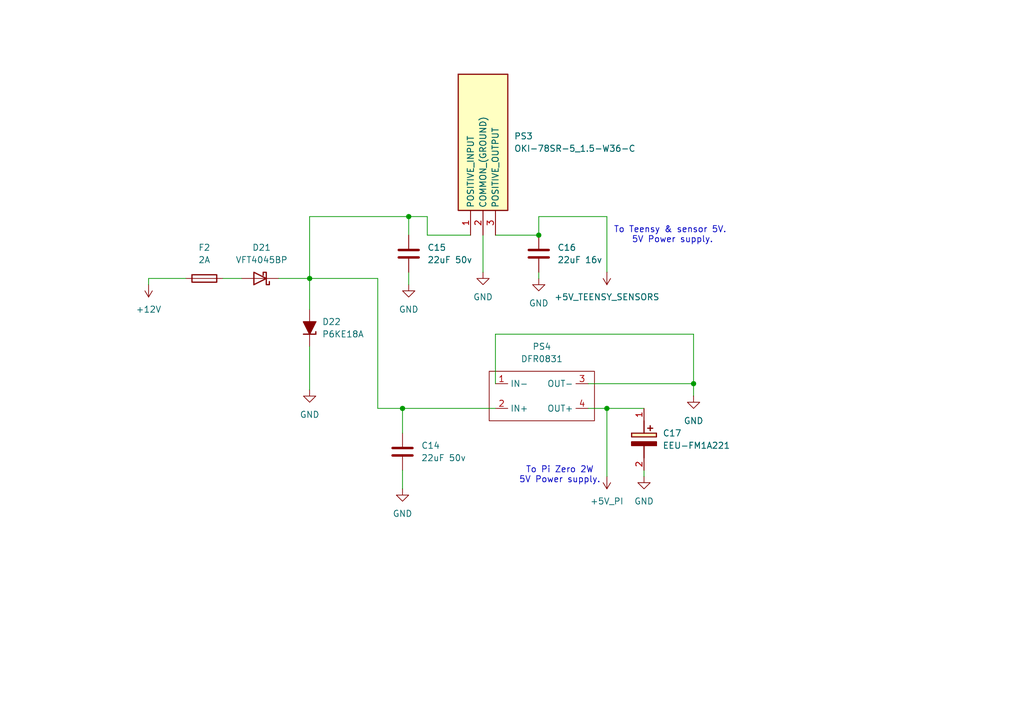
<source format=kicad_sch>
(kicad_sch (version 20250114) (generator "eeschema") (generator_version "9.0")
  (paper "A5")
  (title_block (title "Power Supply"))
  (lib_symbols
    (symbol "Device:D_Schottky" (pin_numbers (hide yes)) (pin_names (offset 1.016) (hide yes))
      (property "Reference" "D" (at 0 2.54 0))
      (property "Value" "D_Schottky" (at 0 -2.54 0))
      (symbol "D_Schottky_0_1"
        (polyline (pts (xy -1.905 0.635) (xy -1.905 1.27) (xy -1.27 1.27) (xy -1.27 -1.27) (xy -0.635 -1.27) (xy -0.635 -0.635)) (stroke (width 0.254)))
        (polyline (pts (xy 1.27 1.27) (xy 1.27 -1.27) (xy -1.27 0) (xy 1.27 1.27)) (stroke (width 0.254)))
        (polyline (pts (xy 1.27 0) (xy -1.27 0)))
      )
      (symbol "D_Schottky_1_1"
        (pin passive line (at -3.81 0 0) (length 2.54) (name "K") (number "1"))
        (pin passive line (at 3.81 0 180) (length 2.54) (name "A") (number "2"))
      )
    )
    (symbol "Device:Fuse" (pin_numbers (hide yes)) (pin_names (offset 0))
      (property "Reference" "F" (at 2.032 0 90))
      (property "Value" "Fuse" (at -1.905 0 90))
      (symbol "Fuse_0_1"
        (rectangle (start -0.762 -2.54) (end 0.762 2.54) (stroke (width 0.254)))
        (polyline (pts (xy 0 2.54) (xy 0 -2.54)))
      )
      (symbol "Fuse_1_1"
        (pin passive line (at 0 3.81 270) (length 1.27) (name "~") (number "1"))
        (pin passive line (at 0 -3.81 90) (length 1.27) (name "~") (number "2"))
      )
    )
    (symbol "PCM_Capacitor_US_AKL:C_Disc_D8.0mm_W5.0mm_P5.00mm" (pin_numbers (hide yes)) (pin_names (offset 0.254))
      (property "Reference" "C" (at 0.635 2.54 0))
      (property "Value" "C_Disc_D8.0mm_W5.0mm_P5.00mm" (at 0.635 -2.54 0))
      (symbol "C_Disc_D8.0mm_W5.0mm_P5.00mm_0_1"
        (polyline (pts (xy -2.032 0.762) (xy 2.032 0.762)) (stroke (width 0.508)))
        (polyline (pts (xy -2.032 -0.762) (xy 2.032 -0.762)) (stroke (width 0.508)))
      )
      (symbol "C_Disc_D8.0mm_W5.0mm_P5.00mm_0_2"
        (polyline (pts (xy -2.54 -2.54) (xy -0.381 -0.381)))
        (polyline (pts (xy -0.508 -0.508) (xy -1.651 0.635)) (stroke (width 0.508)))
        (polyline (pts (xy -0.508 -0.508) (xy 0.635 -1.651)) (stroke (width 0.508)))
        (polyline (pts (xy 0.381 0.381) (xy 2.54 2.54)))
        (polyline (pts (xy 0.508 0.508) (xy -0.635 1.651)) (stroke (width 0.508)))
        (polyline (pts (xy 0.508 0.508) (xy 1.651 -0.635)) (stroke (width 0.508)))
      )
      (symbol "C_Disc_D8.0mm_W5.0mm_P5.00mm_1_1"
        (pin passive line (at 0 3.81 270) (length 2.794) (name "~") (number "1"))
        (pin passive line (at 0 -3.81 90) (length 2.794) (name "~") (number "2"))
      )
      (symbol "C_Disc_D8.0mm_W5.0mm_P5.00mm_1_2"
        (pin passive line (at -2.54 -2.54 90) (length 0) (name "~") (number "2"))
        (pin passive line (at 2.54 2.54 270) (length 0) (name "~") (number "1"))
      )
    )
    (symbol "PCM_Diode_TVS_AKL:P6KE18A" (pin_numbers (hide yes)) (pin_names (offset 1.016) (hide yes))
      (property "Reference" "D" (at 0 5.08 0))
      (property "Value" "P6KE18A" (at 0 2.54 0))
      (symbol "P6KE18A_0_1"
        (polyline (pts (xy -1.27 1.27) (xy -1.27 -1.27) (xy 1.27 0) (xy -1.27 1.27)) (stroke (width 0.254)) (fill (type outline)))
        (polyline (pts (xy -1.27 0) (xy 1.27 0)))
        (polyline (pts (xy 1.27 1.27) (xy 0.762 1.27)) (stroke (width 0.254)))
        (polyline (pts (xy 1.27 -1.27) (xy 1.27 1.27)) (stroke (width 0.254)))
      )
      (symbol "P6KE18A_0_2"
        (polyline (pts (xy -2.54 -2.54) (xy 2.54 2.54)))
        (polyline (pts (xy -0.889 -0.889) (xy -1.778 0) (xy 0.889 0.889) (xy 0 -1.778) (xy -0.889 -0.889)) (stroke (width 0.254)) (fill (type outline)))
        (polyline (pts (xy 0 1.778) (xy -0.381 1.397)) (stroke (width 0.254)))
        (polyline (pts (xy 0 1.778) (xy 1.778 0)) (stroke (width 0.254)))
      )
      (symbol "P6KE18A_1_1"
        (pin passive line (at -3.81 0 0) (length 2.54) (name "A") (number "2"))
        (pin passive line (at 3.81 0 180) (length 2.54) (name "K") (number "1"))
      )
      (symbol "P6KE18A_1_2"
        (pin passive line (at -2.54 -2.54 0) (length 0) (name "A") (number "2"))
        (pin passive line (at 2.54 2.54 180) (length 0) (name "K") (number "1"))
      )
    )
    (symbol "SamacSys_Parts:DFR0831"
      (property "Reference" "PS" (at 1.016 3.81 0))
      (property "Value" "DFR0831" (at 1.016 0 0))
      (symbol "DFR0831_0_1"
        (rectangle (start -8.89 5.08) (end 12.7 -5.08))
      )
      (symbol "DFR0831_1_1"
        (pin power_in line (at -7.62 2.54 0) (length 2.54) (name "IN-") (number "1"))
        (pin power_in line (at -7.62 -2.54 0) (length 2.54) (name "IN+") (number "2"))
        (pin power_in line (at 11.43 2.54 180) (length 2.54) (name "OUT-") (number "3"))
        (pin power_out line (at 11.43 -2.54 180) (length 2.54) (name "OUT+") (number "4"))
      )
    )
    (symbol "SamacSys_Parts:EEU-FM1A221" (pin_names (hide yes))
      (property "Reference" "C" (at 8.89 6.35 0))
      (property "Value" "EEU-FM1A221" (at 8.89 3.81 0))
      (symbol "EEU-FM1A221_1_1"
        (polyline (pts (xy 2.54 0) (xy 5.08 0)) (stroke (width 0.254)))
        (polyline (pts (xy 4.064 1.778) (xy 4.064 0.762)) (stroke (width 0.254)))
        (polyline (pts (xy 4.572 1.27) (xy 3.556 1.27)) (stroke (width 0.254)))
        (rectangle (start 5.08 2.54) (end 5.842 -2.54) (stroke (width 0.254)) (fill (type background)))
        (polyline (pts (xy 7.62 2.54) (xy 7.62 -2.54) (xy 6.858 -2.54) (xy 6.858 2.54) (xy 7.62 2.54)) (stroke (width 0.254)) (fill (type outline)))
        (polyline (pts (xy 7.62 0) (xy 10.16 0)) (stroke (width 0.254)))
        (pin passive line (at 0 0 0) (length 2.54) (name "+") (number "1"))
        (pin passive line (at 12.7 0 180) (length 2.54) (name "-") (number "2"))
      )
    )
    (symbol "SamacSys_Parts:OKI-78SR-5_1.5-W36-C"
      (property "Reference" "PS" (at 34.29 7.62 0))
      (property "Value" "OKI-78SR-5_1.5-W36-C" (at 34.29 5.08 0))
      (symbol "OKI-78SR-5_1.5-W36-C_1_1"
        (rectangle (start 5.08 2.54) (end 33.02 -7.62) (stroke (width 0.254)) (fill (type background)))
        (pin power_in line (at 0 0 0) (length 5.08) (name "POSITIVE_INPUT") (number "1"))
        (pin power_in line (at 0 -2.54 0) (length 5.08) (name "COMMON_(GROUND)") (number "2"))
        (pin power_out line (at 0 -5.08 0) (length 5.08) (name "POSITIVE_OUTPUT") (number "3"))
      )
    )
    (symbol "power:+5V" (power) (pin_numbers (hide yes)) (pin_names (offset 0) (hide yes))
      (property "Value" "+5V" (at 0 3.556 0))
      (symbol "+5V_0_1"
        (polyline (pts (xy -0.762 1.27) (xy 0 2.54)))
        (polyline (pts (xy 0 2.54) (xy 0.762 1.27)))
        (polyline (pts (xy 0 0) (xy 0 2.54)))
      )
      (symbol "+5V_1_1"
        (pin power_in line (at 0 0 90) (length 0) (name "~") (number "1"))
      )
    )
    (symbol "power:GND" (power) (pin_numbers (hide yes)) (pin_names (offset 0) (hide yes))
      (property "Value" "GND" (at 0 -3.81 0))
      (symbol "GND_0_1"
        (polyline (pts (xy 0 0) (xy 0 -1.27) (xy 1.27 -1.27) (xy 0 -2.54) (xy -1.27 -1.27) (xy 0 -1.27)))
      )
      (symbol "GND_1_1"
        (pin power_in line (at 0 0 270) (length 0) (name "~") (number "1"))
      )
    )
  )
  (text "To Pi Zero 2W\n5V Power supply.\n" (at 114.808 97.536 0) (effects (font (size 1.27 1.27))))
  (text "To Teensy & sensor 5V. \n5V Power supply.\n" (at 137.922 48.26 0) (effects (font (size 1.27 1.27))))
  (junction (at 82.55 83.82))
  (junction (at 142.24 78.74))
  (junction (at 63.5 57.15))
  (junction (at 83.82 44.45))
  (junction (at 124.46 83.82))
  (junction (at 110.49 48.26))
  (wire (pts (xy 82.55 96.52) (xy 82.55 100.33)))
  (wire (pts (xy 63.5 44.45) (xy 63.5 57.15)))
  (wire (pts (xy 83.82 44.45) (xy 83.82 48.26)))
  (wire (pts (xy 96.52 48.26) (xy 87.63 48.26)))
  (wire (pts (xy 82.55 83.82) (xy 101.6 83.82)))
  (wire (pts (xy 77.47 57.15) (xy 77.47 83.82)))
  (wire (pts (xy 82.55 83.82) (xy 82.55 88.9)))
  (wire (pts (xy 63.5 57.15) (xy 77.47 57.15)))
  (wire (pts (xy 101.6 68.58) (xy 142.24 68.58)))
  (wire (pts (xy 30.48 57.15) (xy 30.48 58.42)))
  (wire (pts (xy 87.63 48.26) (xy 87.63 44.45)))
  (wire (pts (xy 38.1 57.15) (xy 30.48 57.15)))
  (wire (pts (xy 57.15 57.15) (xy 63.5 57.15)))
  (wire (pts (xy 124.46 83.82) (xy 124.46 97.79)))
  (wire (pts (xy 142.24 68.58) (xy 142.24 78.74)))
  (wire (pts (xy 110.49 55.88) (xy 110.49 57.15)))
  (wire (pts (xy 142.24 78.74) (xy 142.24 81.28)))
  (wire (pts (xy 99.06 48.26) (xy 99.06 55.88)))
  (wire (pts (xy 124.46 44.45) (xy 124.46 55.88)))
  (wire (pts (xy 87.63 44.45) (xy 83.82 44.45)))
  (wire (pts (xy 132.08 96.52) (xy 132.08 97.79)))
  (wire (pts (xy 110.49 44.45) (xy 124.46 44.45)))
  (wire (pts (xy 45.72 57.15) (xy 49.53 57.15)))
  (wire (pts (xy 132.08 83.82) (xy 124.46 83.82)))
  (wire (pts (xy 83.82 55.88) (xy 83.82 58.42)))
  (wire (pts (xy 63.5 71.12) (xy 63.5 80.01)))
  (wire (pts (xy 120.65 83.82) (xy 124.46 83.82)))
  (wire (pts (xy 63.5 57.15) (xy 63.5 63.5)))
  (wire (pts (xy 110.49 48.26) (xy 110.49 44.45)))
  (wire (pts (xy 101.6 78.74) (xy 101.6 68.58)))
  (wire (pts (xy 77.47 83.82) (xy 82.55 83.82)))
  (wire (pts (xy 120.65 78.74) (xy 142.24 78.74)))
  (wire (pts (xy 101.6 48.26) (xy 110.49 48.26)))
  (wire (pts (xy 63.5 44.45) (xy 83.82 44.45)))
  (symbol (lib_id "power:GND") (at 110.49 57.15 0) (unit 1)
    (property "Reference" "#PWR063" (effects (hide yes)))
    (property "Value" "GND" (at 110.49 62.23 0))
    (property "Description" "Power symbol creates a global label with name \"GND\" , ground" (effects (hide yes)))
  )
  (symbol (lib_id "PCM_Diode_TVS_AKL:P6KE18A") (at 63.5 67.31 270) (unit 1)
    (property "Reference" "D22" (at 66.04 66.0399 90) (effects (justify left)))
    (property "Value" "P6KE18A" (at 66.04 68.5799 90) (effects (justify left)))
    (property "Footprint" "PCM_Diode_THT_AKL:D_DO-15_P10.16mm_Horizontal_Zener" (effects (hide yes)))
    (property "Datasheet" "https://www.tme.eu/Document/6b488a936123e1f9ccf03f4f9186b150/P6KE_ser.pdf" (effects (hide yes)))
    (property "Description" "DO-15 Unidirectional TVS diode, 18V, 600W, Alternate KiCAD Library" (effects (hide yes)))
  )
  (symbol (lib_id "power:+5V") (at 124.46 55.88 180) (unit 1)
    (property "Reference" "#PWR064" (effects (hide yes)))
    (property "Value" "+5V_TEENSY_SENSORS" (at 124.46 60.96 0))
    (property "Description" "Power symbol creates a global label with name \"+5V\"" (effects (hide yes)))
  )
  (symbol (lib_id "PCM_Capacitor_US_AKL:C_Disc_D8.0mm_W5.0mm_P5.00mm") (at 82.55 92.71 0) (unit 1)
    (property "Reference" "C14" (at 86.36 91.4399 0) (effects (justify left)))
    (property "Value" "22uF 50v" (at 86.36 93.9799 0) (effects (justify left)))
    (property "Footprint" "PCM_Capacitor_THT_US_AKL:C_Disc_D8.0mm_W5.0mm_P5.00mm" (effects (hide yes)))
    (property "Description" "THT Ceramic Disc Capacitor, 8.0mm Diameter, 5.0mm Width, 5.00mm Pitch, Alternate KiCad Library" (effects (hide yes)))
  )
  (symbol (lib_id "power:+5V") (at 124.46 97.79 180) (unit 1)
    (property "Reference" "#PWR065" (effects (hide yes)))
    (property "Value" "+5V_PI" (at 124.46 102.87 0))
    (property "Description" "Power symbol creates a global label with name \"+5V\"" (effects (hide yes)))
  )
  (symbol (lib_id "power:GND") (at 99.06 55.88 0) (unit 1)
    (property "Reference" "#PWR062" (effects (hide yes)))
    (property "Value" "GND" (at 99.06 60.96 0))
    (property "Description" "Power symbol creates a global label with name \"GND\" , ground" (effects (hide yes)))
  )
  (symbol (lib_id "PCM_Capacitor_US_AKL:C_Disc_D8.0mm_W5.0mm_P5.00mm") (at 110.49 52.07 0) (unit 1)
    (property "Reference" "C16" (at 114.3 50.7999 0) (effects (justify left)))
    (property "Value" "22uF 16v" (at 114.3 53.3399 0) (effects (justify left)))
    (property "Footprint" "PCM_Capacitor_THT_US_AKL:C_Disc_D8.0mm_W5.0mm_P5.00mm" (effects (hide yes)))
    (property "Description" "THT Ceramic Disc Capacitor, 8.0mm Diameter, 5.0mm Width, 5.00mm Pitch, Alternate KiCad Library" (effects (hide yes)))
  )
  (symbol (lib_id "SamacSys_Parts:DFR0831") (at 109.22 81.28 0) (unit 1)
    (property "Reference" "PS4" (at 111.125 71.12 0))
    (property "Value" "DFR0831" (at 111.125 73.66 0))
    (property "Datasheet" "https://www.mouser.com/pdfDocs/Product_Overview-DFRobot-DC-DCBuckConverter1.pdf" (effects (hide yes)))
  )
  (symbol (lib_id "Device:Fuse") (at 41.91 57.15 90) (unit 1)
    (property "Reference" "F2" (at 41.91 50.8 90))
    (property "Value" "2A" (at 41.91 53.34 90))
    (property "Description" "Fuse" (effects (hide yes)))
  )
  (symbol (lib_id "power:GND") (at 83.82 58.42 0) (unit 1)
    (property "Reference" "#PWR061" (effects (hide yes)))
    (property "Value" "GND" (at 83.82 63.5 0))
    (property "Description" "Power symbol creates a global label with name \"GND\" , ground" (effects (hide yes)))
  )
  (symbol (lib_id "SamacSys_Parts:EEU-FM1A221") (at 132.08 83.82 270) (unit 1)
    (property "Reference" "C17" (at 135.89 88.8999 90) (effects (justify left)))
    (property "Value" "EEU-FM1A221" (at 135.89 91.4399 90) (effects (justify left)))
    (property "Footprint" "SamacSys_Parts:CAPPRD250W55D630H1270" (effects (hide yes)))
    (property "Datasheet" "http://industrial.panasonic.com/cdbs/www-data/pdf/RDF0000/ABA0000C1018.pdf" (effects (hide yes)))
    (property "Description" "Al Electrolytic Cap 105C 10V 220uF Panasonic 220uF 10 V dc Aluminium Electrolytic Capacitor, FM Radial Series 2000h 6 Dia. x 11.2mm" (effects (hide yes)))
    (property "Height" "12.7" (effects (hide yes)))
    (property "Mouser Part Number" "667-EEU-FM1A221" (effects (hide yes)))
    (property "Mouser Price/Stock" "https://www.mouser.co.uk/ProductDetail/Panasonic/EEU-FM1A221?qs=MtOUKumLmnbMNOrxJ9u6Dw%3D%3D" (effects (hide yes)))
    (property "Manufacturer_Name" "Panasonic" (effects (hide yes)))
    (property "Manufacturer_Part_Number" "EEU-FM1A221" (effects (hide yes)))
  )
  (symbol (lib_id "power:GND") (at 142.24 81.28 0) (unit 1)
    (property "Reference" "#PWR067" (effects (hide yes)))
    (property "Value" "GND" (at 142.24 86.36 0))
    (property "Description" "Power symbol creates a global label with name \"GND\" , ground" (effects (hide yes)))
  )
  (symbol (lib_id "power:GND") (at 82.55 100.33 0) (unit 1)
    (property "Reference" "#PWR060" (effects (hide yes)))
    (property "Value" "GND" (at 82.55 105.41 0))
    (property "Description" "Power symbol creates a global label with name \"GND\" , ground" (effects (hide yes)))
  )
  (symbol (lib_id "power:GND") (at 63.5 80.01 0) (unit 1)
    (property "Reference" "#PWR059" (effects (hide yes)))
    (property "Value" "GND" (at 63.5 85.09 0))
    (property "Description" "Power symbol creates a global label with name \"GND\" , ground" (effects (hide yes)))
  )
  (symbol (lib_id "Device:D_Schottky") (at 53.34 57.15 180) (unit 1)
    (property "Reference" "D21" (at 53.6575 50.8 0))
    (property "Value" "VFT4045BP" (at 53.6575 53.34 0))
    (property "Description" "Schottky diode" (effects (hide yes)))
  )
  (symbol (lib_id "PCM_Capacitor_US_AKL:C_Disc_D8.0mm_W5.0mm_P5.00mm") (at 83.82 52.07 0) (unit 1)
    (property "Reference" "C15" (at 87.63 50.7999 0) (effects (justify left)))
    (property "Value" "22uF 50v" (at 87.63 53.3399 0) (effects (justify left)))
    (property "Footprint" "PCM_Capacitor_THT_US_AKL:C_Disc_D8.0mm_W5.0mm_P5.00mm" (effects (hide yes)))
    (property "Description" "THT Ceramic Disc Capacitor, 8.0mm Diameter, 5.0mm Width, 5.00mm Pitch, Alternate KiCad Library" (effects (hide yes)))
  )
  (symbol (lib_id "SamacSys_Parts:OKI-78SR-5_1.5-W36-C") (at 96.52 48.26 90) (unit 1)
    (property "Reference" "PS3" (at 105.41 27.9399 90) (effects (justify right)))
    (property "Value" "OKI-78SR-5_1.5-W36-C" (at 105.41 30.4799 90) (effects (justify right)))
    (property "Footprint" "SamacSys_Parts:OKI78SR515W36C" (effects (hide yes)))
    (property "Datasheet" "https://www.murata.com/products/productdata/8807037992990/oki-78sr.pdf?1675222286000" (effects (hide yes)))
    (property "Description" "Non-Isolated DC/DC Converters 7.5W 24Vin 5Vout1 1.5A SIP Non-Iso" (effects (hide yes)))
    (property "Height" "17" (effects (hide yes)))
    (property "Mouser Part Number" "580-OKI78SR5/1.5W36C" (effects (hide yes)))
    (property "Mouser Price/Stock" "https://www.mouser.co.uk/ProductDetail/Murata-Power-Solutions/OKI-78SR-5-1.5-W36-C?qs=uJpRT2lXVNXJP%252Bo08dQqJQ%3D%3D" (effects (hide yes)))
    (property "Manufacturer_Name" "Murata Electronics" (effects (hide yes)))
    (property "Manufacturer_Part_Number" "OKI-78SR-5/1.5-W36-C" (effects (hide yes)))
  )
  (symbol (lib_id "power:+5V") (at 30.48 58.42 180) (unit 1)
    (property "Reference" "#PWR058" (effects (hide yes)))
    (property "Value" "+12V" (at 30.48 63.5 0))
    (property "Description" "Power symbol creates a global label with name \"+5V\"" (effects (hide yes)))
  )
  (symbol (lib_id "power:GND") (at 132.08 97.79 0) (unit 1)
    (property "Reference" "#PWR066" (effects (hide yes)))
    (property "Value" "GND" (at 132.08 102.87 0))
    (property "Description" "Power symbol creates a global label with name \"GND\" , ground" (effects (hide yes)))
  )
)
</source>
